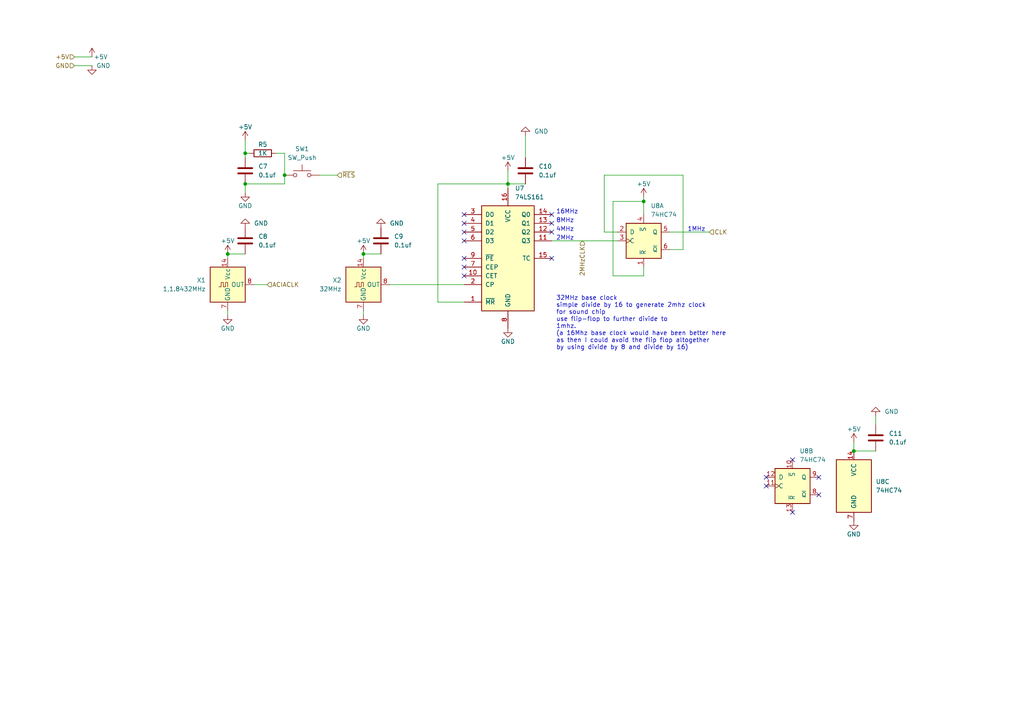
<source format=kicad_sch>
(kicad_sch (version 20211123) (generator eeschema)

  (uuid b0f25cd9-44b9-4147-b3d6-5cbf8321802c)

  (paper "A4")

  (title_block
    (title "BE6502 Retroboard")
  )

  (lib_symbols
    (symbol "74xx:74HC74" (pin_names (offset 1.016)) (in_bom yes) (on_board yes)
      (property "Reference" "U" (id 0) (at -7.62 8.89 0)
        (effects (font (size 1.27 1.27)))
      )
      (property "Value" "74HC74" (id 1) (at -7.62 -8.89 0)
        (effects (font (size 1.27 1.27)))
      )
      (property "Footprint" "" (id 2) (at 0 0 0)
        (effects (font (size 1.27 1.27)) hide)
      )
      (property "Datasheet" "74xx/74hc_hct74.pdf" (id 3) (at 0 0 0)
        (effects (font (size 1.27 1.27)) hide)
      )
      (property "ki_locked" "" (id 4) (at 0 0 0)
        (effects (font (size 1.27 1.27)))
      )
      (property "ki_keywords" "TTL DFF" (id 5) (at 0 0 0)
        (effects (font (size 1.27 1.27)) hide)
      )
      (property "ki_description" "Dual D Flip-flop, Set & Reset" (id 6) (at 0 0 0)
        (effects (font (size 1.27 1.27)) hide)
      )
      (property "ki_fp_filters" "DIP*W7.62mm*" (id 7) (at 0 0 0)
        (effects (font (size 1.27 1.27)) hide)
      )
      (symbol "74HC74_1_0"
        (pin input line (at 0 -7.62 90) (length 2.54)
          (name "~{R}" (effects (font (size 1.27 1.27))))
          (number "1" (effects (font (size 1.27 1.27))))
        )
        (pin input line (at -7.62 2.54 0) (length 2.54)
          (name "D" (effects (font (size 1.27 1.27))))
          (number "2" (effects (font (size 1.27 1.27))))
        )
        (pin input clock (at -7.62 0 0) (length 2.54)
          (name "C" (effects (font (size 1.27 1.27))))
          (number "3" (effects (font (size 1.27 1.27))))
        )
        (pin input line (at 0 7.62 270) (length 2.54)
          (name "~{S}" (effects (font (size 1.27 1.27))))
          (number "4" (effects (font (size 1.27 1.27))))
        )
        (pin output line (at 7.62 2.54 180) (length 2.54)
          (name "Q" (effects (font (size 1.27 1.27))))
          (number "5" (effects (font (size 1.27 1.27))))
        )
        (pin output line (at 7.62 -2.54 180) (length 2.54)
          (name "~{Q}" (effects (font (size 1.27 1.27))))
          (number "6" (effects (font (size 1.27 1.27))))
        )
      )
      (symbol "74HC74_1_1"
        (rectangle (start -5.08 5.08) (end 5.08 -5.08)
          (stroke (width 0.254) (type default) (color 0 0 0 0))
          (fill (type background))
        )
      )
      (symbol "74HC74_2_0"
        (pin input line (at 0 7.62 270) (length 2.54)
          (name "~{S}" (effects (font (size 1.27 1.27))))
          (number "10" (effects (font (size 1.27 1.27))))
        )
        (pin input clock (at -7.62 0 0) (length 2.54)
          (name "C" (effects (font (size 1.27 1.27))))
          (number "11" (effects (font (size 1.27 1.27))))
        )
        (pin input line (at -7.62 2.54 0) (length 2.54)
          (name "D" (effects (font (size 1.27 1.27))))
          (number "12" (effects (font (size 1.27 1.27))))
        )
        (pin input line (at 0 -7.62 90) (length 2.54)
          (name "~{R}" (effects (font (size 1.27 1.27))))
          (number "13" (effects (font (size 1.27 1.27))))
        )
        (pin output line (at 7.62 -2.54 180) (length 2.54)
          (name "~{Q}" (effects (font (size 1.27 1.27))))
          (number "8" (effects (font (size 1.27 1.27))))
        )
        (pin output line (at 7.62 2.54 180) (length 2.54)
          (name "Q" (effects (font (size 1.27 1.27))))
          (number "9" (effects (font (size 1.27 1.27))))
        )
      )
      (symbol "74HC74_2_1"
        (rectangle (start -5.08 5.08) (end 5.08 -5.08)
          (stroke (width 0.254) (type default) (color 0 0 0 0))
          (fill (type background))
        )
      )
      (symbol "74HC74_3_0"
        (pin power_in line (at 0 10.16 270) (length 2.54)
          (name "VCC" (effects (font (size 1.27 1.27))))
          (number "14" (effects (font (size 1.27 1.27))))
        )
        (pin power_in line (at 0 -10.16 90) (length 2.54)
          (name "GND" (effects (font (size 1.27 1.27))))
          (number "7" (effects (font (size 1.27 1.27))))
        )
      )
      (symbol "74HC74_3_1"
        (rectangle (start -5.08 7.62) (end 5.08 -7.62)
          (stroke (width 0.254) (type default) (color 0 0 0 0))
          (fill (type background))
        )
      )
    )
    (symbol "74xx:74LS161" (pin_names (offset 1.016)) (in_bom yes) (on_board yes)
      (property "Reference" "U" (id 0) (at -7.62 16.51 0)
        (effects (font (size 1.27 1.27)))
      )
      (property "Value" "74LS161" (id 1) (at -7.62 -16.51 0)
        (effects (font (size 1.27 1.27)))
      )
      (property "Footprint" "" (id 2) (at 0 0 0)
        (effects (font (size 1.27 1.27)) hide)
      )
      (property "Datasheet" "http://www.ti.com/lit/gpn/sn74LS161" (id 3) (at 0 0 0)
        (effects (font (size 1.27 1.27)) hide)
      )
      (property "ki_locked" "" (id 4) (at 0 0 0)
        (effects (font (size 1.27 1.27)))
      )
      (property "ki_keywords" "TTL CNT CNT4" (id 5) (at 0 0 0)
        (effects (font (size 1.27 1.27)) hide)
      )
      (property "ki_description" "Synchronous 4-bit programmable binary Counter" (id 6) (at 0 0 0)
        (effects (font (size 1.27 1.27)) hide)
      )
      (property "ki_fp_filters" "DIP?16*" (id 7) (at 0 0 0)
        (effects (font (size 1.27 1.27)) hide)
      )
      (symbol "74LS161_1_0"
        (pin input line (at -12.7 -12.7 0) (length 5.08)
          (name "~{MR}" (effects (font (size 1.27 1.27))))
          (number "1" (effects (font (size 1.27 1.27))))
        )
        (pin input line (at -12.7 -5.08 0) (length 5.08)
          (name "CET" (effects (font (size 1.27 1.27))))
          (number "10" (effects (font (size 1.27 1.27))))
        )
        (pin output line (at 12.7 5.08 180) (length 5.08)
          (name "Q3" (effects (font (size 1.27 1.27))))
          (number "11" (effects (font (size 1.27 1.27))))
        )
        (pin output line (at 12.7 7.62 180) (length 5.08)
          (name "Q2" (effects (font (size 1.27 1.27))))
          (number "12" (effects (font (size 1.27 1.27))))
        )
        (pin output line (at 12.7 10.16 180) (length 5.08)
          (name "Q1" (effects (font (size 1.27 1.27))))
          (number "13" (effects (font (size 1.27 1.27))))
        )
        (pin output line (at 12.7 12.7 180) (length 5.08)
          (name "Q0" (effects (font (size 1.27 1.27))))
          (number "14" (effects (font (size 1.27 1.27))))
        )
        (pin output line (at 12.7 0 180) (length 5.08)
          (name "TC" (effects (font (size 1.27 1.27))))
          (number "15" (effects (font (size 1.27 1.27))))
        )
        (pin power_in line (at 0 20.32 270) (length 5.08)
          (name "VCC" (effects (font (size 1.27 1.27))))
          (number "16" (effects (font (size 1.27 1.27))))
        )
        (pin input line (at -12.7 -7.62 0) (length 5.08)
          (name "CP" (effects (font (size 1.27 1.27))))
          (number "2" (effects (font (size 1.27 1.27))))
        )
        (pin input line (at -12.7 12.7 0) (length 5.08)
          (name "D0" (effects (font (size 1.27 1.27))))
          (number "3" (effects (font (size 1.27 1.27))))
        )
        (pin input line (at -12.7 10.16 0) (length 5.08)
          (name "D1" (effects (font (size 1.27 1.27))))
          (number "4" (effects (font (size 1.27 1.27))))
        )
        (pin input line (at -12.7 7.62 0) (length 5.08)
          (name "D2" (effects (font (size 1.27 1.27))))
          (number "5" (effects (font (size 1.27 1.27))))
        )
        (pin input line (at -12.7 5.08 0) (length 5.08)
          (name "D3" (effects (font (size 1.27 1.27))))
          (number "6" (effects (font (size 1.27 1.27))))
        )
        (pin input line (at -12.7 -2.54 0) (length 5.08)
          (name "CEP" (effects (font (size 1.27 1.27))))
          (number "7" (effects (font (size 1.27 1.27))))
        )
        (pin power_in line (at 0 -20.32 90) (length 5.08)
          (name "GND" (effects (font (size 1.27 1.27))))
          (number "8" (effects (font (size 1.27 1.27))))
        )
        (pin input line (at -12.7 0 0) (length 5.08)
          (name "~{PE}" (effects (font (size 1.27 1.27))))
          (number "9" (effects (font (size 1.27 1.27))))
        )
      )
      (symbol "74LS161_1_1"
        (rectangle (start -7.62 15.24) (end 7.62 -15.24)
          (stroke (width 0.254) (type default) (color 0 0 0 0))
          (fill (type background))
        )
      )
    )
    (symbol "Device:C" (pin_numbers hide) (pin_names (offset 0.254)) (in_bom yes) (on_board yes)
      (property "Reference" "C" (id 0) (at 0.635 2.54 0)
        (effects (font (size 1.27 1.27)) (justify left))
      )
      (property "Value" "C" (id 1) (at 0.635 -2.54 0)
        (effects (font (size 1.27 1.27)) (justify left))
      )
      (property "Footprint" "" (id 2) (at 0.9652 -3.81 0)
        (effects (font (size 1.27 1.27)) hide)
      )
      (property "Datasheet" "~" (id 3) (at 0 0 0)
        (effects (font (size 1.27 1.27)) hide)
      )
      (property "ki_keywords" "cap capacitor" (id 4) (at 0 0 0)
        (effects (font (size 1.27 1.27)) hide)
      )
      (property "ki_description" "Unpolarized capacitor" (id 5) (at 0 0 0)
        (effects (font (size 1.27 1.27)) hide)
      )
      (property "ki_fp_filters" "C_*" (id 6) (at 0 0 0)
        (effects (font (size 1.27 1.27)) hide)
      )
      (symbol "C_0_1"
        (polyline
          (pts
            (xy -2.032 -0.762)
            (xy 2.032 -0.762)
          )
          (stroke (width 0.508) (type default) (color 0 0 0 0))
          (fill (type none))
        )
        (polyline
          (pts
            (xy -2.032 0.762)
            (xy 2.032 0.762)
          )
          (stroke (width 0.508) (type default) (color 0 0 0 0))
          (fill (type none))
        )
      )
      (symbol "C_1_1"
        (pin passive line (at 0 3.81 270) (length 2.794)
          (name "~" (effects (font (size 1.27 1.27))))
          (number "1" (effects (font (size 1.27 1.27))))
        )
        (pin passive line (at 0 -3.81 90) (length 2.794)
          (name "~" (effects (font (size 1.27 1.27))))
          (number "2" (effects (font (size 1.27 1.27))))
        )
      )
    )
    (symbol "Device:R" (pin_numbers hide) (pin_names (offset 0)) (in_bom yes) (on_board yes)
      (property "Reference" "R" (id 0) (at 2.032 0 90)
        (effects (font (size 1.27 1.27)))
      )
      (property "Value" "R" (id 1) (at 0 0 90)
        (effects (font (size 1.27 1.27)))
      )
      (property "Footprint" "" (id 2) (at -1.778 0 90)
        (effects (font (size 1.27 1.27)) hide)
      )
      (property "Datasheet" "~" (id 3) (at 0 0 0)
        (effects (font (size 1.27 1.27)) hide)
      )
      (property "ki_keywords" "R res resistor" (id 4) (at 0 0 0)
        (effects (font (size 1.27 1.27)) hide)
      )
      (property "ki_description" "Resistor" (id 5) (at 0 0 0)
        (effects (font (size 1.27 1.27)) hide)
      )
      (property "ki_fp_filters" "R_*" (id 6) (at 0 0 0)
        (effects (font (size 1.27 1.27)) hide)
      )
      (symbol "R_0_1"
        (rectangle (start -1.016 -2.54) (end 1.016 2.54)
          (stroke (width 0.254) (type default) (color 0 0 0 0))
          (fill (type none))
        )
      )
      (symbol "R_1_1"
        (pin passive line (at 0 3.81 270) (length 1.27)
          (name "~" (effects (font (size 1.27 1.27))))
          (number "1" (effects (font (size 1.27 1.27))))
        )
        (pin passive line (at 0 -3.81 90) (length 1.27)
          (name "~" (effects (font (size 1.27 1.27))))
          (number "2" (effects (font (size 1.27 1.27))))
        )
      )
    )
    (symbol "Oscillator:ACO-xxxMHz" (pin_names (offset 0.254)) (in_bom yes) (on_board yes)
      (property "Reference" "X" (id 0) (at -5.08 6.35 0)
        (effects (font (size 1.27 1.27)) (justify left))
      )
      (property "Value" "ACO-xxxMHz" (id 1) (at 1.27 -6.35 0)
        (effects (font (size 1.27 1.27)) (justify left))
      )
      (property "Footprint" "Oscillator:Oscillator_DIP-14" (id 2) (at 11.43 -8.89 0)
        (effects (font (size 1.27 1.27)) hide)
      )
      (property "Datasheet" "http://www.conwin.com/datasheets/cx/cx030.pdf" (id 3) (at -2.54 0 0)
        (effects (font (size 1.27 1.27)) hide)
      )
      (property "ki_keywords" "Crystal Clock Oscillator" (id 4) (at 0 0 0)
        (effects (font (size 1.27 1.27)) hide)
      )
      (property "ki_description" "HCMOS Crystal Clock Oscillator, DIP14-style metal package" (id 5) (at 0 0 0)
        (effects (font (size 1.27 1.27)) hide)
      )
      (property "ki_fp_filters" "Oscillator*DIP*14*" (id 6) (at 0 0 0)
        (effects (font (size 1.27 1.27)) hide)
      )
      (symbol "ACO-xxxMHz_0_1"
        (rectangle (start -5.08 5.08) (end 5.08 -5.08)
          (stroke (width 0.254) (type default) (color 0 0 0 0))
          (fill (type background))
        )
        (polyline
          (pts
            (xy -2.54 -0.635)
            (xy -1.905 -0.635)
            (xy -1.905 0.635)
            (xy -1.27 0.635)
            (xy -1.27 -0.635)
            (xy -0.635 -0.635)
            (xy -0.635 0.635)
            (xy 0 0.635)
            (xy 0 -0.635)
          )
          (stroke (width 0) (type default) (color 0 0 0 0))
          (fill (type none))
        )
      )
      (symbol "ACO-xxxMHz_1_1"
        (pin no_connect line (at -7.62 0 0) (length 2.54) hide
          (name "NC" (effects (font (size 1.27 1.27))))
          (number "1" (effects (font (size 1.27 1.27))))
        )
        (pin power_in line (at 0 7.62 270) (length 2.54)
          (name "Vcc" (effects (font (size 1.27 1.27))))
          (number "14" (effects (font (size 1.27 1.27))))
        )
        (pin power_in line (at 0 -7.62 90) (length 2.54)
          (name "GND" (effects (font (size 1.27 1.27))))
          (number "7" (effects (font (size 1.27 1.27))))
        )
        (pin output line (at 7.62 0 180) (length 2.54)
          (name "OUT" (effects (font (size 1.27 1.27))))
          (number "8" (effects (font (size 1.27 1.27))))
        )
      )
    )
    (symbol "Switch:SW_Push" (pin_numbers hide) (pin_names (offset 1.016) hide) (in_bom yes) (on_board yes)
      (property "Reference" "SW" (id 0) (at 1.27 2.54 0)
        (effects (font (size 1.27 1.27)) (justify left))
      )
      (property "Value" "SW_Push" (id 1) (at 0 -1.524 0)
        (effects (font (size 1.27 1.27)))
      )
      (property "Footprint" "" (id 2) (at 0 5.08 0)
        (effects (font (size 1.27 1.27)) hide)
      )
      (property "Datasheet" "~" (id 3) (at 0 5.08 0)
        (effects (font (size 1.27 1.27)) hide)
      )
      (property "ki_keywords" "switch normally-open pushbutton push-button" (id 4) (at 0 0 0)
        (effects (font (size 1.27 1.27)) hide)
      )
      (property "ki_description" "Push button switch, generic, two pins" (id 5) (at 0 0 0)
        (effects (font (size 1.27 1.27)) hide)
      )
      (symbol "SW_Push_0_1"
        (circle (center -2.032 0) (radius 0.508)
          (stroke (width 0) (type default) (color 0 0 0 0))
          (fill (type none))
        )
        (polyline
          (pts
            (xy 0 1.27)
            (xy 0 3.048)
          )
          (stroke (width 0) (type default) (color 0 0 0 0))
          (fill (type none))
        )
        (polyline
          (pts
            (xy 2.54 1.27)
            (xy -2.54 1.27)
          )
          (stroke (width 0) (type default) (color 0 0 0 0))
          (fill (type none))
        )
        (circle (center 2.032 0) (radius 0.508)
          (stroke (width 0) (type default) (color 0 0 0 0))
          (fill (type none))
        )
        (pin passive line (at -5.08 0 0) (length 2.54)
          (name "1" (effects (font (size 1.27 1.27))))
          (number "1" (effects (font (size 1.27 1.27))))
        )
        (pin passive line (at 5.08 0 180) (length 2.54)
          (name "2" (effects (font (size 1.27 1.27))))
          (number "2" (effects (font (size 1.27 1.27))))
        )
      )
    )
    (symbol "power:+5V" (power) (pin_names (offset 0)) (in_bom yes) (on_board yes)
      (property "Reference" "#PWR" (id 0) (at 0 -3.81 0)
        (effects (font (size 1.27 1.27)) hide)
      )
      (property "Value" "+5V" (id 1) (at 0 3.556 0)
        (effects (font (size 1.27 1.27)))
      )
      (property "Footprint" "" (id 2) (at 0 0 0)
        (effects (font (size 1.27 1.27)) hide)
      )
      (property "Datasheet" "" (id 3) (at 0 0 0)
        (effects (font (size 1.27 1.27)) hide)
      )
      (property "ki_keywords" "power-flag" (id 4) (at 0 0 0)
        (effects (font (size 1.27 1.27)) hide)
      )
      (property "ki_description" "Power symbol creates a global label with name \"+5V\"" (id 5) (at 0 0 0)
        (effects (font (size 1.27 1.27)) hide)
      )
      (symbol "+5V_0_1"
        (polyline
          (pts
            (xy -0.762 1.27)
            (xy 0 2.54)
          )
          (stroke (width 0) (type default) (color 0 0 0 0))
          (fill (type none))
        )
        (polyline
          (pts
            (xy 0 0)
            (xy 0 2.54)
          )
          (stroke (width 0) (type default) (color 0 0 0 0))
          (fill (type none))
        )
        (polyline
          (pts
            (xy 0 2.54)
            (xy 0.762 1.27)
          )
          (stroke (width 0) (type default) (color 0 0 0 0))
          (fill (type none))
        )
      )
      (symbol "+5V_1_1"
        (pin power_in line (at 0 0 90) (length 0) hide
          (name "+5V" (effects (font (size 1.27 1.27))))
          (number "1" (effects (font (size 1.27 1.27))))
        )
      )
    )
    (symbol "power:GND" (power) (pin_names (offset 0)) (in_bom yes) (on_board yes)
      (property "Reference" "#PWR" (id 0) (at 0 -6.35 0)
        (effects (font (size 1.27 1.27)) hide)
      )
      (property "Value" "GND" (id 1) (at 0 -3.81 0)
        (effects (font (size 1.27 1.27)))
      )
      (property "Footprint" "" (id 2) (at 0 0 0)
        (effects (font (size 1.27 1.27)) hide)
      )
      (property "Datasheet" "" (id 3) (at 0 0 0)
        (effects (font (size 1.27 1.27)) hide)
      )
      (property "ki_keywords" "power-flag" (id 4) (at 0 0 0)
        (effects (font (size 1.27 1.27)) hide)
      )
      (property "ki_description" "Power symbol creates a global label with name \"GND\" , ground" (id 5) (at 0 0 0)
        (effects (font (size 1.27 1.27)) hide)
      )
      (symbol "GND_0_1"
        (polyline
          (pts
            (xy 0 0)
            (xy 0 -1.27)
            (xy 1.27 -1.27)
            (xy 0 -2.54)
            (xy -1.27 -1.27)
            (xy 0 -1.27)
          )
          (stroke (width 0) (type default) (color 0 0 0 0))
          (fill (type none))
        )
      )
      (symbol "GND_1_1"
        (pin power_in line (at 0 0 270) (length 0) hide
          (name "GND" (effects (font (size 1.27 1.27))))
          (number "1" (effects (font (size 1.27 1.27))))
        )
      )
    )
  )

  (junction (at 66.04 73.66) (diameter 0) (color 0 0 0 0)
    (uuid 05023cfc-878b-4f56-89db-3133a4987c3a)
  )
  (junction (at 71.12 44.45) (diameter 0) (color 0 0 0 0)
    (uuid 05d5d1fe-2c5e-4424-b601-95b5bc2382f8)
  )
  (junction (at 147.32 53.34) (diameter 0) (color 0 0 0 0)
    (uuid 0b7c1c7e-059c-4ae3-a884-907db3e95a6d)
  )
  (junction (at 186.69 58.42) (diameter 0) (color 0 0 0 0)
    (uuid 121657c5-0439-4118-b835-06d27758137d)
  )
  (junction (at 82.55 50.8) (diameter 0) (color 0 0 0 0)
    (uuid 392ad00e-7b04-4c40-8d8d-0aa549b9f3e2)
  )
  (junction (at 105.41 73.66) (diameter 0) (color 0 0 0 0)
    (uuid 3abb6a86-e8f6-4cab-b847-6b74e85e6ea6)
  )
  (junction (at 71.12 53.34) (diameter 0) (color 0 0 0 0)
    (uuid 5ea73abe-855c-44f3-976b-0f14383662b0)
  )
  (junction (at 247.65 130.81) (diameter 0) (color 0 0 0 0)
    (uuid 6e2d6825-3048-42a7-bb4d-e386bbd771b3)
  )

  (no_connect (at 134.62 62.23) (uuid 4c6a3a22-22b4-44fa-a283-7f70da04e14c))
  (no_connect (at 134.62 64.77) (uuid 4c6a3a22-22b4-44fa-a283-7f70da04e14d))
  (no_connect (at 134.62 67.31) (uuid 4c6a3a22-22b4-44fa-a283-7f70da04e14e))
  (no_connect (at 134.62 69.85) (uuid 4c6a3a22-22b4-44fa-a283-7f70da04e14f))
  (no_connect (at 160.02 64.77) (uuid 643b9419-b134-483b-aa20-e240fda948c1))
  (no_connect (at 160.02 67.31) (uuid 643b9419-b134-483b-aa20-e240fda948c2))
  (no_connect (at 160.02 62.23) (uuid 643b9419-b134-483b-aa20-e240fda948c4))
  (no_connect (at 160.02 74.93) (uuid 8fd7d5d2-6600-47d9-847a-58bc22b50784))
  (no_connect (at 134.62 80.01) (uuid 8fd7d5d2-6600-47d9-847a-58bc22b50785))
  (no_connect (at 134.62 77.47) (uuid 8fd7d5d2-6600-47d9-847a-58bc22b50786))
  (no_connect (at 134.62 74.93) (uuid 8fd7d5d2-6600-47d9-847a-58bc22b50787))
  (no_connect (at 222.25 140.97) (uuid f68879f0-3928-442e-aec7-d5dc77ae9d88))
  (no_connect (at 222.25 138.43) (uuid f68879f0-3928-442e-aec7-d5dc77ae9d89))
  (no_connect (at 229.87 148.59) (uuid f68879f0-3928-442e-aec7-d5dc77ae9d8a))
  (no_connect (at 229.87 133.35) (uuid f68879f0-3928-442e-aec7-d5dc77ae9d8b))
  (no_connect (at 237.49 138.43) (uuid f68879f0-3928-442e-aec7-d5dc77ae9d8c))
  (no_connect (at 237.49 143.51) (uuid f68879f0-3928-442e-aec7-d5dc77ae9d8d))

  (wire (pts (xy 71.12 40.64) (xy 71.12 44.45))
    (stroke (width 0) (type default) (color 0 0 0 0))
    (uuid 0024e333-50cf-42dd-8fff-401e921f1232)
  )
  (wire (pts (xy 147.32 53.34) (xy 147.32 54.61))
    (stroke (width 0) (type default) (color 0 0 0 0))
    (uuid 0e35cdb9-7b4c-41b9-953a-ff056b20705a)
  )
  (wire (pts (xy 92.71 50.8) (xy 97.79 50.8))
    (stroke (width 0) (type default) (color 0 0 0 0))
    (uuid 18068161-939b-45c4-8045-0fcad0489f2e)
  )
  (wire (pts (xy 105.41 73.66) (xy 105.41 74.93))
    (stroke (width 0) (type default) (color 0 0 0 0))
    (uuid 195d95c3-aade-4be0-b606-b83c1df29018)
  )
  (wire (pts (xy 186.69 80.01) (xy 186.69 77.47))
    (stroke (width 0) (type default) (color 0 0 0 0))
    (uuid 196680ef-569e-42b3-a452-ce1411c0cc79)
  )
  (wire (pts (xy 160.02 69.85) (xy 179.07 69.85))
    (stroke (width 0) (type default) (color 0 0 0 0))
    (uuid 1f7de68c-b6c0-474b-8c49-0c3703f1b515)
  )
  (wire (pts (xy 186.69 80.01) (xy 177.8 80.01))
    (stroke (width 0) (type default) (color 0 0 0 0))
    (uuid 248e0f89-67c1-46af-ac1f-ecaf4e95331c)
  )
  (wire (pts (xy 127 53.34) (xy 147.32 53.34))
    (stroke (width 0) (type default) (color 0 0 0 0))
    (uuid 25bea5b4-6fa3-4399-934f-272d3e50499a)
  )
  (wire (pts (xy 105.41 73.66) (xy 110.49 73.66))
    (stroke (width 0) (type default) (color 0 0 0 0))
    (uuid 2b7b9ab4-0e82-4f76-9233-2bab739ac414)
  )
  (wire (pts (xy 113.03 82.55) (xy 134.62 82.55))
    (stroke (width 0) (type default) (color 0 0 0 0))
    (uuid 2f6ae517-d0bc-4749-b137-529cb1ab33a2)
  )
  (wire (pts (xy 127 53.34) (xy 127 87.63))
    (stroke (width 0) (type default) (color 0 0 0 0))
    (uuid 324d6458-153c-4b4c-81db-f176403a4d7b)
  )
  (wire (pts (xy 72.39 44.45) (xy 71.12 44.45))
    (stroke (width 0) (type default) (color 0 0 0 0))
    (uuid 4319d595-124e-40bb-807e-775fa8743783)
  )
  (wire (pts (xy 82.55 44.45) (xy 82.55 50.8))
    (stroke (width 0) (type default) (color 0 0 0 0))
    (uuid 4cd4cea2-e0e8-4873-92ec-2ab0ed4f23ef)
  )
  (wire (pts (xy 247.65 128.27) (xy 247.65 130.81))
    (stroke (width 0) (type default) (color 0 0 0 0))
    (uuid 4d842c7a-f132-4298-8091-ade7e0d1211b)
  )
  (wire (pts (xy 177.8 58.42) (xy 186.69 58.42))
    (stroke (width 0) (type default) (color 0 0 0 0))
    (uuid 4f7cf783-c035-4396-953e-0949a90980a3)
  )
  (wire (pts (xy 82.55 50.8) (xy 82.55 53.34))
    (stroke (width 0) (type default) (color 0 0 0 0))
    (uuid 5a02e1b1-2ff6-45d6-b724-6a46026ce1f3)
  )
  (wire (pts (xy 105.41 91.44) (xy 105.41 90.17))
    (stroke (width 0) (type default) (color 0 0 0 0))
    (uuid 5b428dad-4b45-4d08-bbe3-8810da54d132)
  )
  (wire (pts (xy 21.59 19.05) (xy 26.67 19.05))
    (stroke (width 0) (type default) (color 0 0 0 0))
    (uuid 648ef166-7cee-4a51-8305-f9f5ed27e58d)
  )
  (wire (pts (xy 175.26 50.8) (xy 198.12 50.8))
    (stroke (width 0) (type default) (color 0 0 0 0))
    (uuid 719b2d1b-a4ca-4c62-b50c-8f707d0a2d29)
  )
  (wire (pts (xy 177.8 80.01) (xy 177.8 58.42))
    (stroke (width 0) (type default) (color 0 0 0 0))
    (uuid 760de923-f912-41bb-905d-0e58cf805749)
  )
  (wire (pts (xy 71.12 53.34) (xy 71.12 55.88))
    (stroke (width 0) (type default) (color 0 0 0 0))
    (uuid 78758135-03c7-4406-81c4-4c9cca289747)
  )
  (wire (pts (xy 254 120.65) (xy 254 123.19))
    (stroke (width 0) (type default) (color 0 0 0 0))
    (uuid 847d9b18-69b8-4fcc-8abe-2623e0cd2ddd)
  )
  (wire (pts (xy 66.04 91.44) (xy 66.04 90.17))
    (stroke (width 0) (type default) (color 0 0 0 0))
    (uuid 87db3986-dce9-4262-bf68-416de5993459)
  )
  (wire (pts (xy 152.4 39.37) (xy 152.4 45.72))
    (stroke (width 0) (type default) (color 0 0 0 0))
    (uuid 97f61bb9-27f2-4f0c-8a13-dbfe00a494aa)
  )
  (wire (pts (xy 194.31 67.31) (xy 205.74 67.31))
    (stroke (width 0) (type default) (color 0 0 0 0))
    (uuid a24518d9-00e1-412f-aee7-57380e39bf3d)
  )
  (wire (pts (xy 66.04 73.66) (xy 66.04 74.93))
    (stroke (width 0) (type default) (color 0 0 0 0))
    (uuid afe6534f-486b-4312-a1b0-8ac2b2e45979)
  )
  (wire (pts (xy 254 130.81) (xy 247.65 130.81))
    (stroke (width 0) (type default) (color 0 0 0 0))
    (uuid b07a2524-4b60-4613-a743-b6565c8c844e)
  )
  (wire (pts (xy 175.26 67.31) (xy 175.26 50.8))
    (stroke (width 0) (type default) (color 0 0 0 0))
    (uuid b24faff2-5b48-44ef-9479-c94235d8204d)
  )
  (wire (pts (xy 71.12 44.45) (xy 71.12 45.72))
    (stroke (width 0) (type default) (color 0 0 0 0))
    (uuid bdcd9098-f95c-49c2-9240-4a7c8f8f7d3e)
  )
  (wire (pts (xy 82.55 53.34) (xy 71.12 53.34))
    (stroke (width 0) (type default) (color 0 0 0 0))
    (uuid c8d087c6-2ccf-48fe-baf1-4516aeb7b61a)
  )
  (wire (pts (xy 147.32 49.53) (xy 147.32 53.34))
    (stroke (width 0) (type default) (color 0 0 0 0))
    (uuid cbfff2ff-cc77-4e44-8426-3bd1a8105d32)
  )
  (wire (pts (xy 198.12 50.8) (xy 198.12 72.39))
    (stroke (width 0) (type default) (color 0 0 0 0))
    (uuid cd4bb155-881a-4281-8061-5da15ccb6c77)
  )
  (wire (pts (xy 82.55 44.45) (xy 80.01 44.45))
    (stroke (width 0) (type default) (color 0 0 0 0))
    (uuid ce028e7e-b9c3-41d0-8e57-555982151cbc)
  )
  (wire (pts (xy 127 87.63) (xy 134.62 87.63))
    (stroke (width 0) (type default) (color 0 0 0 0))
    (uuid d324d890-006b-4165-9df7-98342bb138e5)
  )
  (wire (pts (xy 186.69 62.23) (xy 186.69 58.42))
    (stroke (width 0) (type default) (color 0 0 0 0))
    (uuid d3676e0b-23b8-4c6e-b8af-11034cd2dab1)
  )
  (wire (pts (xy 66.04 73.66) (xy 71.12 73.66))
    (stroke (width 0) (type default) (color 0 0 0 0))
    (uuid d99f1816-c4ac-4e9d-a81a-9e717337c435)
  )
  (wire (pts (xy 186.69 58.42) (xy 186.69 57.15))
    (stroke (width 0) (type default) (color 0 0 0 0))
    (uuid da8df625-c488-493c-a5bd-3b2d554cfc61)
  )
  (wire (pts (xy 21.59 16.51) (xy 26.67 16.51))
    (stroke (width 0) (type default) (color 0 0 0 0))
    (uuid e4263e67-1367-4c7d-8707-a60f1c83b44f)
  )
  (wire (pts (xy 73.66 82.55) (xy 77.47 82.55))
    (stroke (width 0) (type default) (color 0 0 0 0))
    (uuid eaf87cc8-2677-4c17-a60c-1bfdcc939903)
  )
  (wire (pts (xy 198.12 72.39) (xy 194.31 72.39))
    (stroke (width 0) (type default) (color 0 0 0 0))
    (uuid ed16cc54-4ad4-449f-999e-8f0be057312c)
  )
  (wire (pts (xy 179.07 67.31) (xy 175.26 67.31))
    (stroke (width 0) (type default) (color 0 0 0 0))
    (uuid f107669c-9bda-477b-83aa-cd1d1e69c679)
  )
  (wire (pts (xy 147.32 53.34) (xy 152.4 53.34))
    (stroke (width 0) (type default) (color 0 0 0 0))
    (uuid f588495a-08bd-4656-a612-cb00fc6c0f04)
  )

  (text "16MHz" (at 161.29 62.23 0)
    (effects (font (size 1.27 1.27)) (justify left bottom))
    (uuid 26a2a488-6cce-4c28-832a-d794aa388645)
  )
  (text "32MHz base clock\nsimple divide by 16 to generate 2mhz clock\nfor sound chip\nuse flip-flop to further divide to\n1mhz.\n(a 16Mhz base clock would have been better here\nas then I could avoid the flip flop altogether\nby using divide by 8 and divide by 16)"
    (at 161.29 101.6 0)
    (effects (font (size 1.27 1.27)) (justify left bottom))
    (uuid 7853f419-c89f-4e7f-92ce-10cd4fd85522)
  )
  (text "4MHz" (at 161.29 67.31 0)
    (effects (font (size 1.27 1.27)) (justify left bottom))
    (uuid 8c97aedb-7516-45fe-b9c3-809aa833a02d)
  )
  (text "2MHz\n" (at 161.29 69.85 0)
    (effects (font (size 1.27 1.27)) (justify left bottom))
    (uuid 9f36b112-485d-4259-901d-3b87db115ec6)
  )
  (text "8MHz" (at 161.29 64.77 0)
    (effects (font (size 1.27 1.27)) (justify left bottom))
    (uuid a62f0c97-5e33-412c-b527-20fadae486bc)
  )
  (text "1MHz" (at 199.39 67.31 0)
    (effects (font (size 1.27 1.27)) (justify left bottom))
    (uuid fafd3eb9-ff34-4ccf-b453-5ce9ac31fadf)
  )

  (hierarchical_label "2MHzCLK" (shape input) (at 168.91 69.85 270)
    (effects (font (size 1.27 1.27)) (justify right))
    (uuid 1ebaec29-1642-469e-a3b8-6388d5da1870)
  )
  (hierarchical_label "~{RES}" (shape input) (at 97.79 50.8 0)
    (effects (font (size 1.27 1.27)) (justify left))
    (uuid 3907d988-d1a3-419b-b57c-c40784bd8421)
  )
  (hierarchical_label "CLK" (shape input) (at 205.74 67.31 0)
    (effects (font (size 1.27 1.27)) (justify left))
    (uuid 4375d834-42fc-4463-b5e4-3a788c3af6d9)
  )
  (hierarchical_label "ACIACLK" (shape input) (at 77.47 82.55 0)
    (effects (font (size 1.27 1.27)) (justify left))
    (uuid 91b5f31b-0e86-4ee9-8706-329e014ffb33)
  )
  (hierarchical_label "GND" (shape input) (at 21.59 19.05 180)
    (effects (font (size 1.27 1.27)) (justify right))
    (uuid a0036fa6-de46-4540-8db8-b77c2aa19d50)
  )
  (hierarchical_label "+5V" (shape input) (at 21.59 16.51 180)
    (effects (font (size 1.27 1.27)) (justify right))
    (uuid e525d743-9f87-4603-bac5-067f529745bb)
  )

  (symbol (lib_id "74xx:74HC74") (at 229.87 140.97 0) (unit 2)
    (in_bom yes) (on_board yes) (fields_autoplaced)
    (uuid 0884fb26-246d-49ab-928e-8ebd3c7fa37c)
    (property "Reference" "U8" (id 0) (at 231.8894 130.81 0)
      (effects (font (size 1.27 1.27)) (justify left))
    )
    (property "Value" "74HC74" (id 1) (at 231.8894 133.35 0)
      (effects (font (size 1.27 1.27)) (justify left))
    )
    (property "Footprint" "" (id 2) (at 229.87 140.97 0)
      (effects (font (size 1.27 1.27)) hide)
    )
    (property "Datasheet" "74xx/74hc_hct74.pdf" (id 3) (at 229.87 140.97 0)
      (effects (font (size 1.27 1.27)) hide)
    )
    (pin "1" (uuid 09d2efa3-3142-4437-83d9-a13cfff725b2))
    (pin "2" (uuid 15e45aa1-cf50-48df-bac3-de34e1956798))
    (pin "3" (uuid c42b5ae9-dcb2-4a45-a696-80abb511c2be))
    (pin "4" (uuid 0a979555-71ba-40ac-870c-5ba05ecfb4c9))
    (pin "5" (uuid 23c3c3f6-57d1-4127-b968-5f06ebf598bd))
    (pin "6" (uuid 5287fa52-7cd5-41a4-9a78-981ce3ca4635))
    (pin "10" (uuid 72b9d51e-34cc-429c-ab50-468b3fb62f41))
    (pin "11" (uuid f673acfc-0bfd-4e66-9163-0ace36c0de7d))
    (pin "12" (uuid 62a009cf-ebaf-43b7-a269-53f51e676812))
    (pin "13" (uuid b4ae50bb-3d45-4c97-9f28-cbc822d23df0))
    (pin "8" (uuid f00a7fcf-4c10-402b-90df-68606fd3f4fc))
    (pin "9" (uuid 513cf5a7-8b18-4c24-9acd-901bc0adff18))
    (pin "14" (uuid 315d3606-4115-43e7-955d-744c5f4f3a32))
    (pin "7" (uuid 0c9a5003-1bfd-49e4-b620-65bc1af5b982))
  )

  (symbol (lib_id "power:+5V") (at 105.41 73.66 0) (unit 1)
    (in_bom yes) (on_board yes)
    (uuid 210f0a9c-eb57-4d3d-ae3e-b5e7ad0758ba)
    (property "Reference" "#PWR037" (id 0) (at 105.41 77.47 0)
      (effects (font (size 1.27 1.27)) hide)
    )
    (property "Value" "+5V" (id 1) (at 105.41 69.85 0))
    (property "Footprint" "" (id 2) (at 105.41 73.66 0)
      (effects (font (size 1.27 1.27)) hide)
    )
    (property "Datasheet" "" (id 3) (at 105.41 73.66 0)
      (effects (font (size 1.27 1.27)) hide)
    )
    (pin "1" (uuid 1418d106-5b8e-4865-857e-563a508d91d3))
  )

  (symbol (lib_id "power:GND") (at 71.12 66.04 180) (unit 1)
    (in_bom yes) (on_board yes) (fields_autoplaced)
    (uuid 21314d6c-c2e4-4dd3-8415-96e68ad0c973)
    (property "Reference" "#PWR036" (id 0) (at 71.12 59.69 0)
      (effects (font (size 1.27 1.27)) hide)
    )
    (property "Value" "GND" (id 1) (at 73.66 64.7699 0)
      (effects (font (size 1.27 1.27)) (justify right))
    )
    (property "Footprint" "" (id 2) (at 71.12 66.04 0)
      (effects (font (size 1.27 1.27)) hide)
    )
    (property "Datasheet" "" (id 3) (at 71.12 66.04 0)
      (effects (font (size 1.27 1.27)) hide)
    )
    (pin "1" (uuid f0b90c50-2578-4a96-b721-eab758dbf90f))
  )

  (symbol (lib_id "Device:C") (at 254 127 0) (unit 1)
    (in_bom yes) (on_board yes) (fields_autoplaced)
    (uuid 22be8d57-b34c-4c41-94b5-267a0c68b2ad)
    (property "Reference" "C11" (id 0) (at 257.81 125.7299 0)
      (effects (font (size 1.27 1.27)) (justify left))
    )
    (property "Value" "0.1uf" (id 1) (at 257.81 128.2699 0)
      (effects (font (size 1.27 1.27)) (justify left))
    )
    (property "Footprint" "Capacitor_THT:C_Disc_D3.8mm_W2.6mm_P2.50mm" (id 2) (at 254.9652 130.81 0)
      (effects (font (size 1.27 1.27)) hide)
    )
    (property "Datasheet" "~" (id 3) (at 254 127 0)
      (effects (font (size 1.27 1.27)) hide)
    )
    (pin "1" (uuid 0e77d02b-45ab-47f3-9f90-85680a58fd8f))
    (pin "2" (uuid 905941e7-846b-45d0-822e-a2dd3cddfeb3))
  )

  (symbol (lib_id "Switch:SW_Push") (at 87.63 50.8 0) (unit 1)
    (in_bom yes) (on_board yes) (fields_autoplaced)
    (uuid 2a497366-64a2-44eb-8570-c82effefa032)
    (property "Reference" "SW1" (id 0) (at 87.63 43.18 0))
    (property "Value" "SW_Push" (id 1) (at 87.63 45.72 0))
    (property "Footprint" "" (id 2) (at 87.63 45.72 0)
      (effects (font (size 1.27 1.27)) hide)
    )
    (property "Datasheet" "~" (id 3) (at 87.63 45.72 0)
      (effects (font (size 1.27 1.27)) hide)
    )
    (pin "1" (uuid 6d2d32fb-041b-4508-965b-1ff2b3be5627))
    (pin "2" (uuid 38ba2e9f-418e-4073-a6a4-a85da552da63))
  )

  (symbol (lib_id "power:+5V") (at 147.32 49.53 0) (mirror y) (unit 1)
    (in_bom yes) (on_board yes)
    (uuid 2a524d06-c104-4fff-9f51-2c8d1c820d5a)
    (property "Reference" "#PWR040" (id 0) (at 147.32 53.34 0)
      (effects (font (size 1.27 1.27)) hide)
    )
    (property "Value" "+5V" (id 1) (at 147.32 45.72 0))
    (property "Footprint" "" (id 2) (at 147.32 49.53 0)
      (effects (font (size 1.27 1.27)) hide)
    )
    (property "Datasheet" "" (id 3) (at 147.32 49.53 0)
      (effects (font (size 1.27 1.27)) hide)
    )
    (pin "1" (uuid 0d5ca66d-0a5a-4ee4-a3f0-088abda57d19))
  )

  (symbol (lib_id "power:GND") (at 247.65 151.13 0) (mirror y) (unit 1)
    (in_bom yes) (on_board yes)
    (uuid 2ba97cbe-9044-4aab-8cf8-f24af0a1387b)
    (property "Reference" "#PWR045" (id 0) (at 247.65 157.48 0)
      (effects (font (size 1.27 1.27)) hide)
    )
    (property "Value" "GND" (id 1) (at 247.65 154.94 0))
    (property "Footprint" "" (id 2) (at 247.65 151.13 0)
      (effects (font (size 1.27 1.27)) hide)
    )
    (property "Datasheet" "" (id 3) (at 247.65 151.13 0)
      (effects (font (size 1.27 1.27)) hide)
    )
    (pin "1" (uuid 251ef3d5-c7e6-42c6-b923-2190f598ad54))
  )

  (symbol (lib_id "power:GND") (at 254 120.65 180) (unit 1)
    (in_bom yes) (on_board yes) (fields_autoplaced)
    (uuid 4be93d59-f6c0-4bea-b713-197865c0751c)
    (property "Reference" "#PWR046" (id 0) (at 254 114.3 0)
      (effects (font (size 1.27 1.27)) hide)
    )
    (property "Value" "GND" (id 1) (at 256.54 119.3799 0)
      (effects (font (size 1.27 1.27)) (justify right))
    )
    (property "Footprint" "" (id 2) (at 254 120.65 0)
      (effects (font (size 1.27 1.27)) hide)
    )
    (property "Datasheet" "" (id 3) (at 254 120.65 0)
      (effects (font (size 1.27 1.27)) hide)
    )
    (pin "1" (uuid 83026459-40c0-4bc4-a1f0-1c6071639663))
  )

  (symbol (lib_id "Device:C") (at 152.4 49.53 0) (unit 1)
    (in_bom yes) (on_board yes) (fields_autoplaced)
    (uuid 622667a8-71e1-4d87-8421-90dd3640ebf9)
    (property "Reference" "C10" (id 0) (at 156.21 48.2599 0)
      (effects (font (size 1.27 1.27)) (justify left))
    )
    (property "Value" "0.1uf" (id 1) (at 156.21 50.7999 0)
      (effects (font (size 1.27 1.27)) (justify left))
    )
    (property "Footprint" "Capacitor_THT:C_Disc_D3.8mm_W2.6mm_P2.50mm" (id 2) (at 153.3652 53.34 0)
      (effects (font (size 1.27 1.27)) hide)
    )
    (property "Datasheet" "~" (id 3) (at 152.4 49.53 0)
      (effects (font (size 1.27 1.27)) hide)
    )
    (pin "1" (uuid b8d63b31-4744-44ce-b1de-6f7d18f20402))
    (pin "2" (uuid e6028efa-5a97-4dd6-9561-ba1635b5281c))
  )

  (symbol (lib_id "power:GND") (at 110.49 66.04 180) (unit 1)
    (in_bom yes) (on_board yes) (fields_autoplaced)
    (uuid 692fe0ad-70d2-4c31-b1e6-b0378d80c0d5)
    (property "Reference" "#PWR039" (id 0) (at 110.49 59.69 0)
      (effects (font (size 1.27 1.27)) hide)
    )
    (property "Value" "GND" (id 1) (at 113.03 64.7699 0)
      (effects (font (size 1.27 1.27)) (justify right))
    )
    (property "Footprint" "" (id 2) (at 110.49 66.04 0)
      (effects (font (size 1.27 1.27)) hide)
    )
    (property "Datasheet" "" (id 3) (at 110.49 66.04 0)
      (effects (font (size 1.27 1.27)) hide)
    )
    (pin "1" (uuid fd0264e4-5226-4ea7-8ff3-147647f2d4e2))
  )

  (symbol (lib_id "power:GND") (at 152.4 39.37 180) (unit 1)
    (in_bom yes) (on_board yes) (fields_autoplaced)
    (uuid 6f263d69-bbc3-4e56-926c-c8f458625a30)
    (property "Reference" "#PWR042" (id 0) (at 152.4 33.02 0)
      (effects (font (size 1.27 1.27)) hide)
    )
    (property "Value" "GND" (id 1) (at 154.94 38.0999 0)
      (effects (font (size 1.27 1.27)) (justify right))
    )
    (property "Footprint" "" (id 2) (at 152.4 39.37 0)
      (effects (font (size 1.27 1.27)) hide)
    )
    (property "Datasheet" "" (id 3) (at 152.4 39.37 0)
      (effects (font (size 1.27 1.27)) hide)
    )
    (pin "1" (uuid 3cc7adf7-8759-4c15-8149-24af372711db))
  )

  (symbol (lib_id "Oscillator:ACO-xxxMHz") (at 66.04 82.55 0) (unit 1)
    (in_bom yes) (on_board yes) (fields_autoplaced)
    (uuid 84a8acf8-e8b6-442e-a776-2d2c5001543b)
    (property "Reference" "X1" (id 0) (at 59.69 81.2799 0)
      (effects (font (size 1.27 1.27)) (justify right))
    )
    (property "Value" "1,1.8432MHz" (id 1) (at 59.69 83.8199 0)
      (effects (font (size 1.27 1.27)) (justify right))
    )
    (property "Footprint" "Oscillator:Oscillator_DIP-14" (id 2) (at 77.47 91.44 0)
      (effects (font (size 1.27 1.27)) hide)
    )
    (property "Datasheet" "http://www.conwin.com/datasheets/cx/cx030.pdf" (id 3) (at 63.5 82.55 0)
      (effects (font (size 1.27 1.27)) hide)
    )
    (pin "1" (uuid bc0bcbd1-9b61-4155-90f2-0c535fc4af55))
    (pin "14" (uuid 6b5d55a3-40e9-463f-a29e-afe637dd7d1e))
    (pin "7" (uuid e731fc44-ab04-4d84-98b0-8745b86d9a69))
    (pin "8" (uuid 4ec45f7f-faaf-457e-be4a-a7fdf0678a1d))
  )

  (symbol (lib_id "power:GND") (at 147.32 95.25 0) (mirror y) (unit 1)
    (in_bom yes) (on_board yes)
    (uuid 9580d8a4-1ebc-4acd-9e6b-2e51263d7e8b)
    (property "Reference" "#PWR041" (id 0) (at 147.32 101.6 0)
      (effects (font (size 1.27 1.27)) hide)
    )
    (property "Value" "GND" (id 1) (at 147.32 99.06 0))
    (property "Footprint" "" (id 2) (at 147.32 95.25 0)
      (effects (font (size 1.27 1.27)) hide)
    )
    (property "Datasheet" "" (id 3) (at 147.32 95.25 0)
      (effects (font (size 1.27 1.27)) hide)
    )
    (pin "1" (uuid 8cd67098-bb77-4bc7-9c8c-ea296f9b7a02))
  )

  (symbol (lib_id "74xx:74LS161") (at 147.32 74.93 0) (unit 1)
    (in_bom yes) (on_board yes) (fields_autoplaced)
    (uuid 975533f6-bcd9-4a8d-a6c1-43d3e86ed0f2)
    (property "Reference" "U7" (id 0) (at 149.3394 54.61 0)
      (effects (font (size 1.27 1.27)) (justify left))
    )
    (property "Value" "74LS161" (id 1) (at 149.3394 57.15 0)
      (effects (font (size 1.27 1.27)) (justify left))
    )
    (property "Footprint" "" (id 2) (at 147.32 74.93 0)
      (effects (font (size 1.27 1.27)) hide)
    )
    (property "Datasheet" "http://www.ti.com/lit/gpn/sn74LS161" (id 3) (at 147.32 74.93 0)
      (effects (font (size 1.27 1.27)) hide)
    )
    (pin "1" (uuid 1162120f-c215-4292-882e-64b0216f2202))
    (pin "10" (uuid 57a25d04-1dd1-4706-a95d-182ca9973fe5))
    (pin "11" (uuid e7290a41-ec57-47b6-aaf4-fa79cd696baf))
    (pin "12" (uuid 3a3f4f51-5bb7-4042-ac99-c0dd2a8f5ef1))
    (pin "13" (uuid a493c417-e6ec-4e4a-aebf-2cdbe23e0e11))
    (pin "14" (uuid 0f7e69b2-5123-4872-b9d8-4af0cf7bc5c7))
    (pin "15" (uuid a7b15542-965f-4d31-974d-d509f0f45d6c))
    (pin "16" (uuid d995e829-c766-464d-8703-30644aa24f9a))
    (pin "2" (uuid ec7ff5fd-de45-41be-a694-7d0ab9aeea51))
    (pin "3" (uuid 2c4f72b5-c574-4a62-ad6c-1dfabd707551))
    (pin "4" (uuid 24a517fd-8139-4d41-b035-609a37ac9bee))
    (pin "5" (uuid 00c8357f-1537-48f7-8855-f17d178528ee))
    (pin "6" (uuid ea074360-8dfd-4754-a3db-dae74ce90dbf))
    (pin "7" (uuid e168e843-a067-4e99-a8be-f2cbf8aa04f8))
    (pin "8" (uuid 05b792c2-688d-41ca-8888-51b523c5a94a))
    (pin "9" (uuid f818154a-94ad-416a-944c-71cdfba2327b))
  )

  (symbol (lib_id "Device:C") (at 71.12 49.53 0) (mirror y) (unit 1)
    (in_bom yes) (on_board yes) (fields_autoplaced)
    (uuid 99f0dad3-e3ff-459e-8937-e2efd38d0abe)
    (property "Reference" "C7" (id 0) (at 74.93 48.2599 0)
      (effects (font (size 1.27 1.27)) (justify right))
    )
    (property "Value" "0.1uf" (id 1) (at 74.93 50.7999 0)
      (effects (font (size 1.27 1.27)) (justify right))
    )
    (property "Footprint" "Capacitor_THT:C_Disc_D3.8mm_W2.6mm_P2.50mm" (id 2) (at 70.1548 53.34 0)
      (effects (font (size 1.27 1.27)) hide)
    )
    (property "Datasheet" "~" (id 3) (at 71.12 49.53 0)
      (effects (font (size 1.27 1.27)) hide)
    )
    (pin "1" (uuid 46b95286-e221-4de1-8dc1-86cc953d5520))
    (pin "2" (uuid fbeeb2e2-d7a0-42f0-bab9-d63f8a1a951d))
  )

  (symbol (lib_id "power:+5V") (at 186.69 57.15 0) (mirror y) (unit 1)
    (in_bom yes) (on_board yes)
    (uuid 9ab5739b-a0a9-47bd-85d6-40ad008436ca)
    (property "Reference" "#PWR043" (id 0) (at 186.69 60.96 0)
      (effects (font (size 1.27 1.27)) hide)
    )
    (property "Value" "+5V" (id 1) (at 186.69 53.34 0))
    (property "Footprint" "" (id 2) (at 186.69 57.15 0)
      (effects (font (size 1.27 1.27)) hide)
    )
    (property "Datasheet" "" (id 3) (at 186.69 57.15 0)
      (effects (font (size 1.27 1.27)) hide)
    )
    (pin "1" (uuid 5dba07ac-0f03-48c2-b76b-42c208a4f04d))
  )

  (symbol (lib_id "power:+5V") (at 66.04 73.66 0) (unit 1)
    (in_bom yes) (on_board yes)
    (uuid a14dbb21-f55a-4e24-baa7-3d685d4c8f0c)
    (property "Reference" "#PWR032" (id 0) (at 66.04 77.47 0)
      (effects (font (size 1.27 1.27)) hide)
    )
    (property "Value" "+5V" (id 1) (at 66.04 69.85 0))
    (property "Footprint" "" (id 2) (at 66.04 73.66 0)
      (effects (font (size 1.27 1.27)) hide)
    )
    (property "Datasheet" "" (id 3) (at 66.04 73.66 0)
      (effects (font (size 1.27 1.27)) hide)
    )
    (pin "1" (uuid e705ffb5-056f-46fb-acab-d5810ca2f162))
  )

  (symbol (lib_id "Device:C") (at 110.49 69.85 0) (unit 1)
    (in_bom yes) (on_board yes) (fields_autoplaced)
    (uuid a24e368d-a893-4b46-8c5b-c89a965aa8b1)
    (property "Reference" "C9" (id 0) (at 114.3 68.5799 0)
      (effects (font (size 1.27 1.27)) (justify left))
    )
    (property "Value" "0.1uf" (id 1) (at 114.3 71.1199 0)
      (effects (font (size 1.27 1.27)) (justify left))
    )
    (property "Footprint" "Capacitor_THT:C_Disc_D3.8mm_W2.6mm_P2.50mm" (id 2) (at 111.4552 73.66 0)
      (effects (font (size 1.27 1.27)) hide)
    )
    (property "Datasheet" "~" (id 3) (at 110.49 69.85 0)
      (effects (font (size 1.27 1.27)) hide)
    )
    (pin "1" (uuid 99c92873-f56e-40cf-b62e-48d6fe9b6575))
    (pin "2" (uuid 5358667b-b148-472b-bf2b-fd408edc491b))
  )

  (symbol (lib_id "power:+5V") (at 71.12 40.64 0) (mirror y) (unit 1)
    (in_bom yes) (on_board yes)
    (uuid a25032ff-1894-487e-b668-d36d3890303f)
    (property "Reference" "#PWR034" (id 0) (at 71.12 44.45 0)
      (effects (font (size 1.27 1.27)) hide)
    )
    (property "Value" "+5V" (id 1) (at 71.12 36.83 0))
    (property "Footprint" "" (id 2) (at 71.12 40.64 0)
      (effects (font (size 1.27 1.27)) hide)
    )
    (property "Datasheet" "" (id 3) (at 71.12 40.64 0)
      (effects (font (size 1.27 1.27)) hide)
    )
    (pin "1" (uuid 4935ed16-6482-44cf-af4f-9df4672f5f3a))
  )

  (symbol (lib_id "Device:R") (at 76.2 44.45 270) (mirror x) (unit 1)
    (in_bom yes) (on_board yes)
    (uuid a995d1be-9be1-4e9a-94a6-5ffeeb465ebd)
    (property "Reference" "R5" (id 0) (at 76.2 41.91 90))
    (property "Value" "1K" (id 1) (at 76.2 44.45 90))
    (property "Footprint" "Resistor_THT:R_Axial_DIN0207_L6.3mm_D2.5mm_P7.62mm_Horizontal" (id 2) (at 76.2 46.228 90)
      (effects (font (size 1.27 1.27)) hide)
    )
    (property "Datasheet" "~" (id 3) (at 76.2 44.45 0)
      (effects (font (size 1.27 1.27)) hide)
    )
    (pin "1" (uuid 421e4a0e-6679-4814-962a-5147121b0d0e))
    (pin "2" (uuid 8475fccf-2467-450a-82b6-3b717d05a360))
  )

  (symbol (lib_id "Oscillator:ACO-xxxMHz") (at 105.41 82.55 0) (unit 1)
    (in_bom yes) (on_board yes) (fields_autoplaced)
    (uuid bff070c8-90db-4045-b711-7f2e99737f79)
    (property "Reference" "X2" (id 0) (at 99.06 81.2799 0)
      (effects (font (size 1.27 1.27)) (justify right))
    )
    (property "Value" "32MHz" (id 1) (at 99.06 83.8199 0)
      (effects (font (size 1.27 1.27)) (justify right))
    )
    (property "Footprint" "Oscillator:Oscillator_DIP-14" (id 2) (at 116.84 91.44 0)
      (effects (font (size 1.27 1.27)) hide)
    )
    (property "Datasheet" "http://www.conwin.com/datasheets/cx/cx030.pdf" (id 3) (at 102.87 82.55 0)
      (effects (font (size 1.27 1.27)) hide)
    )
    (pin "1" (uuid dfeaa711-e417-4062-bdc4-b9eb02a519c0))
    (pin "14" (uuid aeb35837-7145-4606-b126-8240d27392ae))
    (pin "7" (uuid 72b7119e-ab3a-4dde-b3a6-422ef87a4c08))
    (pin "8" (uuid 95a03ab9-381a-40b2-8781-d607f6d11256))
  )

  (symbol (lib_id "power:GND") (at 26.67 19.05 0) (mirror y) (unit 1)
    (in_bom yes) (on_board yes)
    (uuid c17e9d96-c5f1-49e7-8940-76d95ef10299)
    (property "Reference" "#PWR031" (id 0) (at 26.67 25.4 0)
      (effects (font (size 1.27 1.27)) hide)
    )
    (property "Value" "GND" (id 1) (at 27.94 19.05 0)
      (effects (font (size 1.27 1.27)) (justify right))
    )
    (property "Footprint" "" (id 2) (at 26.67 19.05 0)
      (effects (font (size 1.27 1.27)) hide)
    )
    (property "Datasheet" "" (id 3) (at 26.67 19.05 0)
      (effects (font (size 1.27 1.27)) hide)
    )
    (pin "1" (uuid 079c8a27-1f22-4666-989a-4a413822ed87))
  )

  (symbol (lib_id "Device:C") (at 71.12 69.85 0) (unit 1)
    (in_bom yes) (on_board yes) (fields_autoplaced)
    (uuid d006a6b3-c83b-4e62-aa86-1d1cea2047ef)
    (property "Reference" "C8" (id 0) (at 74.93 68.5799 0)
      (effects (font (size 1.27 1.27)) (justify left))
    )
    (property "Value" "0.1uf" (id 1) (at 74.93 71.1199 0)
      (effects (font (size 1.27 1.27)) (justify left))
    )
    (property "Footprint" "Capacitor_THT:C_Disc_D3.8mm_W2.6mm_P2.50mm" (id 2) (at 72.0852 73.66 0)
      (effects (font (size 1.27 1.27)) hide)
    )
    (property "Datasheet" "~" (id 3) (at 71.12 69.85 0)
      (effects (font (size 1.27 1.27)) hide)
    )
    (pin "1" (uuid f528f789-cc39-42ac-b4b5-37ddea57a7b7))
    (pin "2" (uuid b470beb4-7b63-4e9d-88c8-3eafc7f8fabc))
  )

  (symbol (lib_id "power:+5V") (at 26.67 16.51 0) (unit 1)
    (in_bom yes) (on_board yes)
    (uuid ee29f461-c778-4714-82a9-1b7d5c6e15f0)
    (property "Reference" "#PWR030" (id 0) (at 26.67 20.32 0)
      (effects (font (size 1.27 1.27)) hide)
    )
    (property "Value" "+5V" (id 1) (at 29.21 16.51 0))
    (property "Footprint" "" (id 2) (at 26.67 16.51 0)
      (effects (font (size 1.27 1.27)) hide)
    )
    (property "Datasheet" "" (id 3) (at 26.67 16.51 0)
      (effects (font (size 1.27 1.27)) hide)
    )
    (pin "1" (uuid 934e9813-e443-463f-b473-4be79542d15c))
  )

  (symbol (lib_id "power:GND") (at 105.41 91.44 0) (unit 1)
    (in_bom yes) (on_board yes)
    (uuid ee62fa5a-2cbb-4b85-9480-dc0c050bd443)
    (property "Reference" "#PWR038" (id 0) (at 105.41 97.79 0)
      (effects (font (size 1.27 1.27)) hide)
    )
    (property "Value" "GND" (id 1) (at 105.41 95.25 0))
    (property "Footprint" "" (id 2) (at 105.41 91.44 0)
      (effects (font (size 1.27 1.27)) hide)
    )
    (property "Datasheet" "" (id 3) (at 105.41 91.44 0)
      (effects (font (size 1.27 1.27)) hide)
    )
    (pin "1" (uuid 5facf392-d88a-4074-823b-9ae0ccd67364))
  )

  (symbol (lib_id "74xx:74HC74") (at 247.65 140.97 0) (unit 3)
    (in_bom yes) (on_board yes) (fields_autoplaced)
    (uuid f5e0af61-9ad6-4eb0-a844-2c8843cc5c62)
    (property "Reference" "U8" (id 0) (at 254 139.6999 0)
      (effects (font (size 1.27 1.27)) (justify left))
    )
    (property "Value" "74HC74" (id 1) (at 254 142.2399 0)
      (effects (font (size 1.27 1.27)) (justify left))
    )
    (property "Footprint" "" (id 2) (at 247.65 140.97 0)
      (effects (font (size 1.27 1.27)) hide)
    )
    (property "Datasheet" "74xx/74hc_hct74.pdf" (id 3) (at 247.65 140.97 0)
      (effects (font (size 1.27 1.27)) hide)
    )
    (pin "1" (uuid 412e72ef-0ffc-4375-af49-14290c8b9988))
    (pin "2" (uuid b551a5a7-6f8b-47ab-8dc8-f053a1817bbc))
    (pin "3" (uuid f062f2aa-6f8c-4238-b4a5-8ceb2c155f82))
    (pin "4" (uuid f5da48d5-dfce-4cf3-afe6-0c650ea8de30))
    (pin "5" (uuid 0160084e-db0e-4146-95f4-5e561cbea748))
    (pin "6" (uuid 1ecd95cb-fada-4b6b-9128-8f880b7343f0))
    (pin "10" (uuid 3c0379f0-2beb-4f77-982d-2ca24ec938d9))
    (pin "11" (uuid 894bbd98-4985-4f8b-85e0-06e4434fabbb))
    (pin "12" (uuid e98ff126-7069-45b8-add5-ad742a71652f))
    (pin "13" (uuid f93269e6-5c7e-4a2c-91aa-3bb0ab9ed732))
    (pin "8" (uuid 68a08419-9e6b-405a-9e6a-cd14b4d365e1))
    (pin "9" (uuid f902173c-359f-408d-8715-1c50f29d7f1f))
    (pin "14" (uuid c2cb406c-63e1-415e-b980-2dcbb92f8037))
    (pin "7" (uuid 7a7d5af5-469f-418f-b095-84945049c68d))
  )

  (symbol (lib_id "74xx:74HC74") (at 186.69 69.85 0) (unit 1)
    (in_bom yes) (on_board yes) (fields_autoplaced)
    (uuid f652feb5-354a-4b9e-99b5-a1e0f3a882af)
    (property "Reference" "U8" (id 0) (at 188.7094 59.69 0)
      (effects (font (size 1.27 1.27)) (justify left))
    )
    (property "Value" "74HC74" (id 1) (at 188.7094 62.23 0)
      (effects (font (size 1.27 1.27)) (justify left))
    )
    (property "Footprint" "" (id 2) (at 186.69 69.85 0)
      (effects (font (size 1.27 1.27)) hide)
    )
    (property "Datasheet" "74xx/74hc_hct74.pdf" (id 3) (at 186.69 69.85 0)
      (effects (font (size 1.27 1.27)) hide)
    )
    (pin "1" (uuid fdcd8733-e5a1-4c5c-9173-92f9272d851c))
    (pin "2" (uuid 8f426465-9ca7-4ac1-ab7e-222e9c6b8c71))
    (pin "3" (uuid fd4af948-a861-4bd8-b2f8-51fe02dede73))
    (pin "4" (uuid 3091eb7e-ca87-45e5-9180-e9396dce8f2f))
    (pin "5" (uuid 289d0021-893a-40c4-bef4-bea252b573db))
    (pin "6" (uuid 18f4e740-5808-4447-8a23-9907f78e9c8a))
    (pin "10" (uuid b6948199-d7db-4771-9450-4b0c5e338bb0))
    (pin "11" (uuid 8398cc7b-d8bb-4b6e-910c-0874caf7afd2))
    (pin "12" (uuid defe4ea3-f7b4-4094-8ece-32b9068b0412))
    (pin "13" (uuid 9007d683-3a03-4d2b-a9e4-48bacc135422))
    (pin "8" (uuid 66a974fb-b0f1-4f6d-934d-9fbfcd7cb851))
    (pin "9" (uuid accba682-f3d2-4a74-ba50-5a569717ef28))
    (pin "14" (uuid fbcca0a8-2543-4eeb-8acb-335779fb4548))
    (pin "7" (uuid 1a3533eb-e19e-4402-b3e4-9daed72b9000))
  )

  (symbol (lib_id "power:GND") (at 66.04 91.44 0) (unit 1)
    (in_bom yes) (on_board yes)
    (uuid faa36047-7c93-4924-b901-6506c1d04c48)
    (property "Reference" "#PWR033" (id 0) (at 66.04 97.79 0)
      (effects (font (size 1.27 1.27)) hide)
    )
    (property "Value" "GND" (id 1) (at 66.04 95.25 0))
    (property "Footprint" "" (id 2) (at 66.04 91.44 0)
      (effects (font (size 1.27 1.27)) hide)
    )
    (property "Datasheet" "" (id 3) (at 66.04 91.44 0)
      (effects (font (size 1.27 1.27)) hide)
    )
    (pin "1" (uuid 3d06f9e9-e9e6-4360-8b74-7d3645e3dc1f))
  )

  (symbol (lib_id "power:GND") (at 71.12 55.88 0) (mirror y) (unit 1)
    (in_bom yes) (on_board yes)
    (uuid fd1ab27a-b1dc-4b0c-aefa-45d839d421da)
    (property "Reference" "#PWR035" (id 0) (at 71.12 62.23 0)
      (effects (font (size 1.27 1.27)) hide)
    )
    (property "Value" "GND" (id 1) (at 71.12 59.69 0))
    (property "Footprint" "" (id 2) (at 71.12 55.88 0)
      (effects (font (size 1.27 1.27)) hide)
    )
    (property "Datasheet" "" (id 3) (at 71.12 55.88 0)
      (effects (font (size 1.27 1.27)) hide)
    )
    (pin "1" (uuid 26b75b04-c124-442e-97b2-a2f94334b316))
  )

  (symbol (lib_id "power:+5V") (at 247.65 128.27 0) (mirror y) (unit 1)
    (in_bom yes) (on_board yes)
    (uuid fef55556-616f-4644-970a-29d1d1e21c4b)
    (property "Reference" "#PWR044" (id 0) (at 247.65 132.08 0)
      (effects (font (size 1.27 1.27)) hide)
    )
    (property "Value" "+5V" (id 1) (at 247.65 124.46 0))
    (property "Footprint" "" (id 2) (at 247.65 128.27 0)
      (effects (font (size 1.27 1.27)) hide)
    )
    (property "Datasheet" "" (id 3) (at 247.65 128.27 0)
      (effects (font (size 1.27 1.27)) hide)
    )
    (pin "1" (uuid 17551e81-6c0c-46f3-9c83-9aae03e35ed6))
  )
)

</source>
